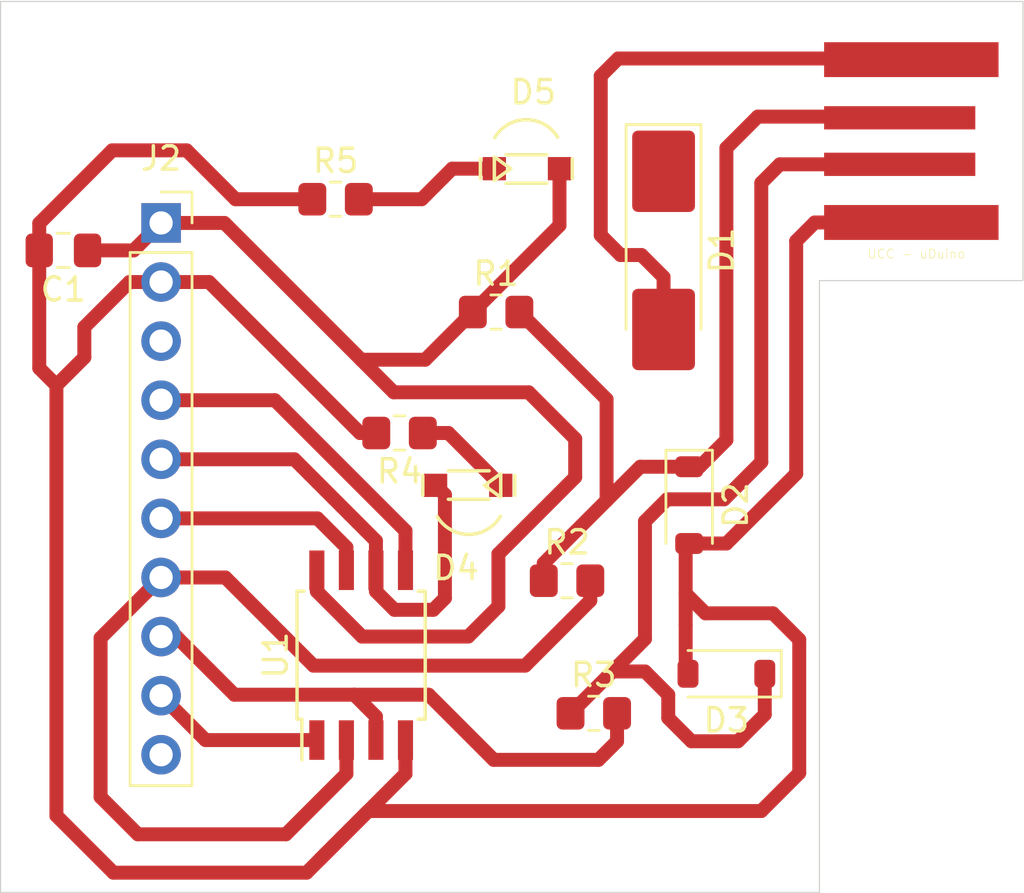
<source format=kicad_pcb>
(kicad_pcb (version 20221018) (generator pcbnew)
  (layers (0 "F.Cu" signal) (31 "B.Cu" signal) (34 "B.Paste" user) (35 "F.Paste" user) (36 "B.SilkS" user "B.Silkscreen") (37 "F.SilkS" user "F.Silkscreen") (38 "B.Mask" user) (39 "F.Mask" user) (44 "Edge.Cuts" user))
  (net 0 "")
  (net 1 "+5V")
  (net 2 "GND")
  (net 3 "Net-(D1-A)")
  (net 4 "Net-(D2-K)")
  (net 5 "Net-(D3-K)")
  (net 7 "Net-(J2-Pin_4)")
  (net 8 "Net-(D4-A)")
  (net 9 "Net-(J2-Pin_6)")
  (net 10 "Net-(J2-Pin_7)")
  (net 11 "Net-(J2-Pin_8)")
  (net 12 "Net-(J2-Pin_9)")
  (net 14 "Net-(D4-K)")
  (net 15 "Net-(D5-K)")
  (footprint "Resistor_SMD:R_0805_2012Metric_Pad1.20x1.40mm_HandSolder" (layer "F.Cu") (at 161.8 80.8)
    (fp_text reference "R3" (at 0 -1.65) (layer "F.SilkS"))
    (fp_text value "68Ω 5% 1/8W")
    (fp_line (start -0.227064 -0.735) (end 0.227064 -0.735) (stroke (width 0.12)) (layer "F.SilkS"))
    (fp_line (start -0.227064 0.735) (end 0.227064 0.735) (stroke (width 0.12)) (layer "F.SilkS"))
    (pad "1" smd roundrect (at -1 0) (size 1.2 1.4) (layers "F.Cu" "F.Paste" "F.Mask") (roundrect_rratio 0.208333) (net 5 "Net-(D3-K)"))
    (pad "2" smd roundrect (at 1 0) (size 1.2 1.4) (layers "F.Cu" "F.Paste" "F.Mask") (roundrect_rratio 0.208333) (net 11 "Net-(J2-Pin_8)"))
  )
  (footprint "Diode_SMD:D_SOD-123" (layer "F.Cu") (at 167.5 79.1 180)
    (fp_text reference "D3" (at 0 -2) (layer "F.SilkS"))
    (fp_text value "3.6V 1/2mW")
    (fp_line (start -2.36 -1) (end -2.36 1) (stroke (width 0.12)) (layer "F.SilkS"))
    (fp_line (start -2.36 -1) (end 1.65 -1) (stroke (width 0.12)) (layer "F.SilkS"))
    (fp_line (start -2.36 1) (end 1.65 1) (stroke (width 0.12)) (layer "F.SilkS"))
    (pad "1" smd roundrect (at -1.65 0 180) (size 0.9 1.2) (layers "F.Cu" "F.Paste" "F.Mask") (net 5 "Net-(D3-K)"))
    (pad "2" smd roundrect (at 1.65 0 180) (size 0.9 1.2) (layers "F.Cu" "F.Paste" "F.Mask") (net 2 "GND"))
  )
  (footprint "Resistor_SMD:R_0805_2012Metric_Pad1.20x1.40mm_HandSolder" (layer "F.Cu") (at 150.7 58.7)
    (fp_text reference "R5" (at 0 -1.65) (layer "F.SilkS"))
    (fp_text value "330Ω 5% 1/8WR")
    (fp_line (start -0.227064 -0.735) (end 0.227064 -0.735) (stroke (width 0.12)) (layer "F.SilkS"))
    (fp_line (start -0.227064 0.735) (end 0.227064 0.735) (stroke (width 0.12)) (layer "F.SilkS"))
    (pad "1" smd roundrect (at -1 0) (size 1.2 1.4) (layers "F.Cu" "F.Paste" "F.Mask") (roundrect_rratio 0.208333) (net 2 "GND"))
    (pad "2" smd roundrect (at 1 0) (size 1.2 1.4) (layers "F.Cu" "F.Paste" "F.Mask") (roundrect_rratio 0.208333) (net 15 "Net-(D5-K)"))
  )
  (footprint "ledgreenandred:led" (layer "F.Cu") (at 159.325 57.3875)
    (fp_text reference "D5" (at -0.125 -3.2875) (layer "F.SilkS"))
    (fp_text value "Led Red")
    (fp_line (start -2.4 -0.425) (end -2.4 0.425) (stroke (width 0.15)) (layer "F.SilkS"))
    (fp_line (start -1.8 0.5) (end -1.8 -0.5) (stroke (width 0.15)) (layer "F.SilkS"))
    (fp_line (start -1.75 -0.475) (end -1.1 0) (stroke (width 0.15)) (layer "F.SilkS"))
    (fp_line (start -1.3 -0.6) (end 0.45 -0.6) (stroke (width 0.15)) (layer "F.SilkS"))
    (fp_line (start -1.3 0.625) (end 0.45 0.625) (stroke (width 0.15)) (layer "F.SilkS"))
    (fp_line (start -1.1 0) (end -1.8 0.5) (stroke (width 0.15)) (layer "F.SilkS"))
    (fp_line (start 1.55 -0.425) (end 1.55 0.425) (stroke (width 0.15)) (layer "F.SilkS"))
    (fp_arc (start -1.786089 -1.331572) (mid -0.435753 -2.107089) (end 0.924999 -1.349999) (stroke (width 0.15)) (layer "F.SilkS"))
    (pad "1" smd rect (at -1.8 0) (size 1 1) (layers "F.Cu" "F.Paste" "F.Mask") (net 15 "Net-(D5-K)"))
    (pad "2" smd rect (at 1 0) (size 1 1) (layers "F.Cu" "F.Paste" "F.Mask") (net 1 "+5V"))
  )
  (footprint "ledgreenandred:led" (layer "F.Cu") (at 156 71 180)
    (fp_text reference "D4" (at 0.125 -3.55) (layer "F.SilkS"))
    (fp_text value "Led Green")
    (fp_line (start -2.4 -0.425) (end -2.4 0.425) (stroke (width 0.15)) (layer "F.SilkS"))
    (fp_line (start -1.8 0.5) (end -1.8 -0.5) (stroke (width 0.15)) (layer "F.SilkS"))
    (fp_line (start -1.75 -0.475) (end -1.1 0) (stroke (width 0.15)) (layer "F.SilkS"))
    (fp_line (start -1.3 -0.6) (end 0.45 -0.6) (stroke (width 0.15)) (layer "F.SilkS"))
    (fp_line (start -1.3 0.625) (end 0.45 0.625) (stroke (width 0.15)) (layer "F.SilkS"))
    (fp_line (start -1.1 0) (end -1.8 0.5) (stroke (width 0.15)) (layer "F.SilkS"))
    (fp_line (start 1.55 -0.425) (end 1.55 0.425) (stroke (width 0.15)) (layer "F.SilkS"))
    (fp_arc (start -1.786089 -1.331572) (mid -0.435753 -2.107089) (end 0.924999 -1.349999) (stroke (width 0.15)) (layer "F.SilkS"))
    (pad "1" smd rect (at -1.8 0 180) (size 1 1) (layers "F.Cu" "F.Paste" "F.Mask") (net 14 "Net-(D4-K)"))
    (pad "2" smd rect (at 1 0 180) (size 1 1) (layers "F.Cu" "F.Paste" "F.Mask") (net 8 "Net-(D4-A)"))
  )
  (footprint "Package_SO:SOIC-8W_5.3x5.3mm_P1.27mm" (layer "F.Cu") (at 151.8 78.3 90)
    (fp_text reference "U1" (at 0 -3.68 90) (layer "F.SilkS"))
    (fp_text value "ATtiny85-20S")
    (fp_line (start -2.75 -2.755) (end -2.75 -2.55) (stroke (width 0.15)) (layer "F.SilkS"))
    (fp_line (start -2.75 -2.755) (end 2.75 -2.755) (stroke (width 0.15)) (layer "F.SilkS"))
    (fp_line (start -2.75 -2.55) (end -4.5 -2.55) (stroke (width 0.15)) (layer "F.SilkS"))
    (fp_line (start -2.75 2.755) (end -2.75 2.455) (stroke (width 0.15)) (layer "F.SilkS"))
    (fp_line (start -2.75 2.755) (end 2.75 2.755) (stroke (width 0.15)) (layer "F.SilkS"))
    (fp_line (start 2.75 -2.755) (end 2.75 -2.455) (stroke (width 0.15)) (layer "F.SilkS"))
    (fp_line (start 2.75 2.755) (end 2.75 2.455) (stroke (width 0.15)) (layer "F.SilkS"))
    (pad "1" smd rect (at -3.65 -1.905 90) (size 1.7 0.65) (layers "F.Cu" "F.Paste" "F.Mask") (net 12 "Net-(J2-Pin_9)"))
    (pad "2" smd rect (at -3.65 -0.635 90) (size 1.7 0.65) (layers "F.Cu" "F.Paste" "F.Mask") (net 10 "Net-(J2-Pin_7)"))
    (pad "3" smd rect (at -3.65 0.635 90) (size 1.7 0.65) (layers "F.Cu" "F.Paste" "F.Mask") (net 11 "Net-(J2-Pin_8)"))
    (pad "4" smd rect (at -3.65 1.905 90) (size 1.7 0.65) (layers "F.Cu" "F.Paste" "F.Mask") (net 2 "GND"))
    (pad "5" smd rect (at 3.65 1.905 90) (size 1.7 0.65) (layers "F.Cu" "F.Paste" "F.Mask") (net 7 "Net-(J2-Pin_4)"))
    (pad "6" smd rect (at 3.65 0.635 90) (size 1.7 0.65) (layers "F.Cu" "F.Paste" "F.Mask") (net 8 "Net-(D4-A)"))
    (pad "7" smd rect (at 3.65 -0.635 90) (size 1.7 0.65) (layers "F.Cu" "F.Paste" "F.Mask") (net 9 "Net-(J2-Pin_6)"))
    (pad "8" smd rect (at 3.65 -1.905 90) (size 1.7 0.65) (layers "F.Cu" "F.Paste" "F.Mask") (net 1 "+5V"))
  )
  (footprint "Resistor_SMD:R_0805_2012Metric_Pad1.20x1.40mm_HandSolder" (layer "F.Cu") (at 160.65 75.1)
    (fp_text reference "R2" (at 0 -1.65) (layer "F.SilkS"))
    (fp_text value "68Ω 5% 1/8W")
    (fp_line (start -0.227064 -0.735) (end 0.227064 -0.735) (stroke (width 0.12)) (layer "F.SilkS"))
    (fp_line (start -0.227064 0.735) (end 0.227064 0.735) (stroke (width 0.12)) (layer "F.SilkS"))
    (pad "1" smd roundrect (at -1 0) (size 1.2 1.4) (layers "F.Cu" "F.Paste" "F.Mask") (roundrect_rratio 0.208333) (net 4 "Net-(D2-K)"))
    (pad "2" smd roundrect (at 1 0) (size 1.2 1.4) (layers "F.Cu" "F.Paste" "F.Mask") (roundrect_rratio 0.208333) (net 10 "Net-(J2-Pin_7)"))
  )
  (footprint "Resistor_SMD:R_0805_2012Metric_Pad1.20x1.40mm_HandSolder" (layer "F.Cu") (at 157.6 63.55)
    (fp_text reference "R1" (at 0 -1.65) (layer "F.SilkS"))
    (fp_text value "1.5kΩ 5% 1/8W")
    (fp_line (start -0.227064 -0.735) (end 0.227064 -0.735) (stroke (width 0.12)) (layer "F.SilkS"))
    (fp_line (start -0.227064 0.735) (end 0.227064 0.735) (stroke (width 0.12)) (layer "F.SilkS"))
    (pad "1" smd roundrect (at -1 0) (size 1.2 1.4) (layers "F.Cu" "F.Paste" "F.Mask") (roundrect_rratio 0.208333) (net 1 "+5V"))
    (pad "2" smd roundrect (at 1 0) (size 1.2 1.4) (layers "F.Cu" "F.Paste" "F.Mask") (roundrect_rratio 0.208333) (net 4 "Net-(D2-K)"))
  )
  (footprint "Resistor_SMD:R_0805_2012Metric_Pad1.20x1.40mm_HandSolder" (layer "F.Cu") (at 153.45 68.75 180)
    (fp_text reference "R4" (at 0 -1.65) (layer "F.SilkS"))
    (fp_text value "330Ω 5% 1/8WR")
    (fp_line (start -0.227064 -0.735) (end 0.227064 -0.735) (stroke (width 0.12)) (layer "F.SilkS"))
    (fp_line (start -0.227064 0.735) (end 0.227064 0.735) (stroke (width 0.12)) (layer "F.SilkS"))
    (pad "1" smd roundrect (at -1 0 180) (size 1.2 1.4) (layers "F.Cu" "F.Paste" "F.Mask") (roundrect_rratio 0.208333) (net 14 "Net-(D4-K)"))
    (pad "2" smd roundrect (at 1 0 180) (size 1.2 1.4) (layers "F.Cu" "F.Paste" "F.Mask") (roundrect_rratio 0.208333) (net 2 "GND"))
  )
  (footprint "Connector_PinSocket_2.54mm:PinSocket_1x10_P2.54mm_Vertical" (layer "F.Cu") (at 143.2 59.72)
    (fp_text reference "J2" (at 0 -2.77) (layer "F.SilkS"))
    (fp_text value "Header")
    (fp_line (start -1.33 1.27) (end -1.33 24.19) (stroke (width 0.12)) (layer "F.SilkS"))
    (fp_line (start -1.33 1.27) (end 1.33 1.27) (stroke (width 0.12)) (layer "F.SilkS"))
    (fp_line (start -1.33 24.19) (end 1.33 24.19) (stroke (width 0.12)) (layer "F.SilkS"))
    (fp_line (start 0 -1.33) (end 1.33 -1.33) (stroke (width 0.12)) (layer "F.SilkS"))
    (fp_line (start 1.33 -1.33) (end 1.33 0) (stroke (width 0.12)) (layer "F.SilkS"))
    (fp_line (start 1.33 1.27) (end 1.33 24.19) (stroke (width 0.12)) (layer "F.SilkS"))
    (pad "1" thru_hole rect (at 0 0) (size 1.7 1.7) (drill 1) (layers "*.Cu" "*.Mask") (net 1 "+5V"))
    (pad "2" thru_hole oval (at 0 2.54) (size 1.7 1.7) (drill 1) (layers "*.Cu" "*.Mask") (net 2 "GND"))
    (pad "3" thru_hole oval (at 0 5.08) (size 1.7 1.7) (drill 1) (layers "*.Cu" "*.Mask"))
    (pad "4" thru_hole oval (at 0 7.62) (size 1.7 1.7) (drill 1) (layers "*.Cu" "*.Mask") (net 7 "Net-(J2-Pin_4)"))
    (pad "5" thru_hole oval (at 0 10.16) (size 1.7 1.7) (drill 1) (layers "*.Cu" "*.Mask") (net 8 "Net-(D4-A)"))
    (pad "6" thru_hole oval (at 0 12.7) (size 1.7 1.7) (drill 1) (layers "*.Cu" "*.Mask") (net 9 "Net-(J2-Pin_6)"))
    (pad "7" thru_hole oval (at 0 15.24) (size 1.7 1.7) (drill 1) (layers "*.Cu" "*.Mask") (net 10 "Net-(J2-Pin_7)"))
    (pad "8" thru_hole oval (at 0 17.78) (size 1.7 1.7) (drill 1) (layers "*.Cu" "*.Mask") (net 11 "Net-(J2-Pin_8)"))
    (pad "9" thru_hole oval (at 0 20.32) (size 1.7 1.7) (drill 1) (layers "*.Cu" "*.Mask") (net 12 "Net-(J2-Pin_9)"))
    (pad "10" thru_hole oval (at 0 22.86) (size 1.7 1.7) (drill 1) (layers "*.Cu" "*.Mask"))
  )
  (footprint "Diode_SMD:D_MELF_Handsoldering" (layer "F.Cu") (at 164.8 60.9 -90)
    (fp_text reference "D1" (at 0 -2.5 90) (layer "F.SilkS"))
    (fp_text value "PMLL4148L")
    (fp_line (start -5.41 -1.61) (end -5.41 1.61) (stroke (width 0.12)) (layer "F.SilkS"))
    (fp_line (start -5.41 1.61) (end 3.4 1.61) (stroke (width 0.12)) (layer "F.SilkS"))
    (fp_line (start 3.4 -1.61) (end -5.41 -1.61) (stroke (width 0.12)) (layer "F.SilkS"))
    (pad "1" smd roundrect (at -3.4 0 270) (size 3.5 2.7) (layers "F.Cu" "F.Paste" "F.Mask") (roundrect_rratio 0.0925925926) (net 1 "+5V"))
    (pad "2" smd roundrect (at 3.4 0 270) (size 3.5 2.7) (layers "F.Cu" "F.Paste" "F.Mask") (roundrect_rratio 0.0925925926) (net 3 "Net-(D1-A)"))
  )
  (footprint "Capacitor_SMD:C_0805_2012Metric_Pad1.18x1.45mm_HandSolder" (layer "F.Cu") (at 139 60.9 180)
    (fp_text reference "C1" (at 0 -1.68) (layer "F.SilkS"))
    (fp_text value "0.1u")
    (fp_line (start -0.261252 -0.735) (end 0.261252 -0.735) (stroke (width 0.12)) (layer "F.SilkS"))
    (fp_line (start -0.261252 0.735) (end 0.261252 0.735) (stroke (width 0.12)) (layer "F.SilkS"))
    (pad "1" smd roundrect (at -1.0375 0 180) (size 1.175 1.45) (layers "F.Cu" "F.Paste" "F.Mask") (roundrect_rratio 0.212766) (net 1 "+5V"))
    (pad "2" smd roundrect (at 1.0375 0 180) (size 1.175 1.45) (layers "F.Cu" "F.Paste" "F.Mask") (roundrect_rratio 0.212766) (net 2 "GND"))
  )
  (footprint "usbembebidoucc:USB_A_UCC" (layer "F.Cu") (at 175.25 56.2 180)
    (fp_text reference "J1" hide)
    (fp_text value "USB_PCB_A" hide)
    (fp_text user "UCC - uDuino" (at -2.54 -5.08) (layer "F.SilkS") (effects (font (size 0.38608 0.38608) (thickness 0.032512)) (justify right bottom)))
    (pad "1" smd rect (at -0.2 3.5 180) (size 7.5 1.5) (layers "F.Cu" "F.Paste" "F.Mask") (net 3 "Net-(D1-A)"))
    (pad "2" smd rect (at 0.3 1 180) (size 6.5 1) (layers "F.Cu" "F.Paste" "F.Mask") (net 4 "Net-(D2-K)"))
    (pad "3" smd rect (at 0.3 -1 180) (size 6.5 1) (layers "F.Cu" "F.Paste" "F.Mask") (net 5 "Net-(D3-K)"))
    (pad "4" smd rect (at -0.2 -3.5 180) (size 7.5 1.5) (layers "F.Cu" "F.Paste" "F.Mask") (net 2 "GND"))
  )
  (footprint "Diode_SMD:D_SOD-123" (layer "F.Cu") (at 165.9 71.85 -90)
    (fp_text reference "D2" (at 0 -2 -270) (layer "F.SilkS"))
    (fp_text value "3.6V 1/2mW")
    (fp_line (start -2.36 -1) (end -2.36 1) (stroke (width 0.12)) (layer "F.SilkS"))
    (fp_line (start -2.36 -1) (end 1.65 -1) (stroke (width 0.12)) (layer "F.SilkS"))
    (fp_line (start -2.36 1) (end 1.65 1) (stroke (width 0.12)) (layer "F.SilkS"))
    (pad "1" smd roundrect (at -1.65 0 270) (size 0.9 1.2) (layers "F.Cu" "F.Paste" "F.Mask") (net 4 "Net-(D2-K)"))
    (pad "2" smd roundrect (at 1.65 0 270) (size 0.9 1.2) (layers "F.Cu" "F.Paste" "F.Mask") (net 2 "GND"))
  )
  (gr_line (start 136.3 50.2) (end 136.3 88.5) (stroke (width 0.05)) (layer "Edge.Cuts"))
  (gr_line (start 171.5 62.2) (end 180.25 62.2) (stroke (width 0.05)) (layer "Edge.Cuts"))
  (gr_line (start 180.25 50.2) (end 136.3 50.2) (stroke (width 0.05)) (layer "Edge.Cuts"))
  (gr_line (start 180.25 62.15) (end 180.25 50.2) (stroke (width 0.05)) (layer "Edge.Cuts"))
  (gr_line (start 136.3 88.5) (end 171.5 88.5) (stroke (width 0.05)) (layer "Edge.Cuts"))
  (gr_line (start 171.5 62.2) (end 171.5 88.5) (stroke (width 0.05)) (layer "Edge.Cuts"))
  (segment (start 149.895 74.65) (end 149.895 75.555) (width 0.6) (layer "F.Cu") (net 1))
  (segment (start 160.325 57.3875) (end 160.325 59.825) (width 0.6) (layer "F.Cu") (net 1))
  (segment (start 159 67) (end 153.2 67) (width 0.6) (layer "F.Cu") (net 1))
  (segment (start 142.02 60.9) (end 143.2 59.72) (width 0.6) (layer "F.Cu") (net 1))
  (segment (start 145.92 59.72) (end 143.2 59.72) (width 0.6) (layer "F.Cu") (net 1))
  (segment (start 156.4 77.5) (end 157.7 76.2) (width 0.6) (layer "F.Cu") (net 1))
  (segment (start 160.325 59.825) (end 154.55 65.6) (width 0.6) (layer "F.Cu") (net 1))
  (segment (start 151.8 65.6) (end 145.92 59.72) (width 0.6) (layer "F.Cu") (net 1))
  (segment (start 149.895 75.555) (end 151.84 77.5) (width 0.6) (layer "F.Cu") (net 1))
  (segment (start 161 69) (end 159 67) (width 0.6) (layer "F.Cu") (net 1))
  (segment (start 157.7 73.95) (end 161 70.65) (width 0.6) (layer "F.Cu") (net 1))
  (segment (start 154.55 65.6) (end 151.8 65.6) (width 0.6) (layer "F.Cu") (net 1))
  (segment (start 140.0375 60.9) (end 142.02 60.9) (width 0.6) (layer "F.Cu") (net 1))
  (segment (start 153.2 67) (end 151.8 65.6) (width 0.6) (layer "F.Cu") (net 1))
  (segment (start 161 70.65) (end 161 69) (width 0.6) (layer "F.Cu") (net 1))
  (segment (start 151.84 77.5) (end 156.4 77.5) (width 0.6) (layer "F.Cu") (net 1))
  (segment (start 157.7 76.2) (end 157.7 73.95) (width 0.6) (layer "F.Cu") (net 1))
  (segment (start 143.2 62.26) (end 145.26 62.26) (width 0.6) (layer "F.Cu") (net 2))
  (segment (start 149.455 87.65) (end 141.15 87.65) (width 0.6) (layer "F.Cu") (net 2))
  (segment (start 165.75 77) (end 165.75 79) (width 0.6) (layer "F.Cu") (net 2))
  (segment (start 165.75 75.65) (end 166.6 76.5) (width 0.6) (layer "F.Cu") (net 2))
  (segment (start 139.9 65.5) (end 139.9 64.2) (width 0.6) (layer "F.Cu") (net 2))
  (segment (start 137.9625 59.7375) (end 137.9625 60.9) (width 0.6) (layer "F.Cu") (net 2))
  (segment (start 138.7 66.7) (end 139.9 65.5) (width 0.6) (layer "F.Cu") (net 2))
  (segment (start 150.0525 87.0525) (end 149.455 87.65) (width 0.6) (layer "F.Cu") (net 2))
  (segment (start 137.9625 60.9) (end 137.9625 65.9625) (width 0.6) (layer "F.Cu") (net 2))
  (segment (start 153.705 81.95) (end 153.705 83.4) (width 0.6) (layer "F.Cu") (net 2))
  (segment (start 145.26 62.26) (end 151.75 68.75) (width 0.6) (layer "F.Cu") (net 2))
  (segment (start 169.5 76.5) (end 170.631371 77.631371) (width 0.6) (layer "F.Cu") (net 2))
  (segment (start 169 85) (end 152.105 85) (width 0.6) (layer "F.Cu") (net 2))
  (segment (start 170.631371 77.631371) (end 170.631371 83.368629) (width 0.6) (layer "F.Cu") (net 2))
  (segment (start 165.75 73.6) (end 165.75 77) (width 0.6) (layer "F.Cu") (net 2))
  (segment (start 146.4 58.7) (end 144.3 56.6) (width 0.6) (layer "F.Cu") (net 2))
  (segment (start 138.7 85.2) (end 138.7 66.7) (width 0.6) (layer "F.Cu") (net 2))
  (segment (start 166.6 76.5) (end 169.5 76.5) (width 0.6) (layer "F.Cu") (net 2))
  (segment (start 165.9 73.5) (end 167.5 73.5) (width 0.6) (layer "F.Cu") (net 2))
  (segment (start 165.75 79) (end 165.85 79.1) (width 0.6) (layer "F.Cu") (net 2))
  (segment (start 139.9 64.2) (end 141.84 62.26) (width 0.6) (layer "F.Cu") (net 2))
  (segment (start 153.705 83.4) (end 150.0525 87.0525) (width 0.6) (layer "F.Cu") (net 2))
  (segment (start 151.75 68.75) (end 152.45 68.75) (width 0.6) (layer "F.Cu") (net 2))
  (segment (start 171.3 59.7) (end 175.45 59.7) (width 0.6) (layer "F.Cu") (net 2))
  (segment (start 141.1 56.6) (end 137.9625 59.7375) (width 0.6) (layer "F.Cu") (net 2))
  (segment (start 152.105 85) (end 150.0525 87.0525) (width 0.6) (layer "F.Cu") (net 2))
  (segment (start 170.5 70.5) (end 170.5 60.5) (width 0.6) (layer "F.Cu") (net 2))
  (segment (start 137.9625 65.9625) (end 138.7 66.7) (width 0.6) (layer "F.Cu") (net 2))
  (segment (start 167.5 73.5) (end 170.5 70.5) (width 0.6) (layer "F.Cu") (net 2))
  (segment (start 141.84 62.26) (end 143.2 62.26) (width 0.6) (layer "F.Cu") (net 2))
  (segment (start 170.5 60.5) (end 171.3 59.7) (width 0.6) (layer "F.Cu") (net 2))
  (segment (start 144.3 56.6) (end 141.1 56.6) (width 0.6) (layer "F.Cu") (net 2))
  (segment (start 170.631371 83.368629) (end 169 85) (width 0.6) (layer "F.Cu") (net 2))
  (segment (start 149.7 58.7) (end 146.4 58.7) (width 0.6) (layer "F.Cu") (net 2))
  (segment (start 141.15 87.65) (end 138.7 85.2) (width 0.6) (layer "F.Cu") (net 2))
  (segment (start 162.95 61.1) (end 162.1 60.25) (width 0.6) (layer "F.Cu") (net 3))
  (segment (start 162.85 52.65) (end 176.4 52.65) (width 0.6) (layer "F.Cu") (net 3))
  (segment (start 163.85 61.1) (end 162.95 61.1) (width 0.6) (layer "F.Cu") (net 3))
  (segment (start 164.8 62.05) (end 163.85 61.1) (width 0.6) (layer "F.Cu") (net 3))
  (segment (start 162.1 60.25) (end 162.1 53.4) (width 0.6) (layer "F.Cu") (net 3))
  (segment (start 164.8 64.3) (end 164.8 62.05) (width 0.6) (layer "F.Cu") (net 3))
  (segment (start 162.1 53.4) (end 162.85 52.65) (width 0.6) (layer "F.Cu") (net 3))
  (segment (start 167.5 69.05) (end 167.5 56.5) (width 0.6) (layer "F.Cu") (net 4))
  (segment (start 168.85 55.15) (end 175.9 55.15) (width 0.6) (layer "F.Cu") (net 4))
  (segment (start 165.9 70.2) (end 166.35 70.2) (width 0.6) (layer "F.Cu") (net 4))
  (segment (start 158.6 63.55) (end 162.35 67.3) (width 0.6) (layer "F.Cu") (net 4))
  (segment (start 162.35 67.3) (end 162.35 71.65) (width 0.6) (layer "F.Cu") (net 4))
  (segment (start 167.5 56.5) (end 168.85 55.15) (width 0.6) (layer "F.Cu") (net 4))
  (segment (start 162.35 71.65) (end 163.8 70.2) (width 0.6) (layer "F.Cu") (net 4))
  (segment (start 159.65 74.35) (end 159.65 75.1) (width 0.6) (layer "F.Cu") (net 4))
  (segment (start 166.35 70.2) (end 167.5 69.05) (width 0.6) (layer "F.Cu") (net 4))
  (segment (start 162.35 71.65) (end 159.65 74.35) (width 0.6) (layer "F.Cu") (net 4))
  (segment (start 163.8 70.2) (end 165.9 70.2) (width 0.6) (layer "F.Cu") (net 4))
  (segment (start 164 79) (end 165 80) (width 0.6) (layer "F.Cu") (net 5))
  (segment (start 160.8 80.8) (end 162.6 79) (width 0.6) (layer "F.Cu") (net 5))
  (segment (start 167.4 71.6) (end 169 70) (width 0.6) (layer "F.Cu") (net 5))
  (segment (start 164 77.6) (end 164 72.55) (width 0.6) (layer "F.Cu") (net 5))
  (segment (start 162.6 79) (end 164 77.6) (width 0.6) (layer "F.Cu") (net 5))
  (segment (start 165 81) (end 166 82) (width 0.6) (layer "F.Cu") (net 5))
  (segment (start 165 80) (end 165 81) (width 0.6) (layer "F.Cu") (net 5))
  (segment (start 168 82) (end 169.15 80.85) (width 0.6) (layer "F.Cu") (net 5))
  (segment (start 166 82) (end 168 82) (width 0.6) (layer "F.Cu") (net 5))
  (segment (start 164 72.55) (end 164.95 71.6) (width 0.6) (layer "F.Cu") (net 5))
  (segment (start 169 70) (end 169 58) (width 0.6) (layer "F.Cu") (net 5))
  (segment (start 169.15 80.85) (end 169.15 79.1) (width 0.6) (layer "F.Cu") (net 5))
  (segment (start 169 58) (end 169.8 57.2) (width 0.6) (layer "F.Cu") (net 5))
  (segment (start 169.8 57.2) (end 174.95 57.2) (width 0.6) (layer "F.Cu") (net 5))
  (segment (start 164.95 71.6) (end 167.4 71.6) (width 0.6) (layer "F.Cu") (net 5))
  (segment (start 162.6 79) (end 164 79) (width 0.6) (layer "F.Cu") (net 5))
  (segment (start 148.09 67.34) (end 143.2 67.34) (width 0.6) (layer "F.Cu") (net 7))
  (segment (start 153.705 72.955) (end 148.09 67.34) (width 0.6) (layer "F.Cu") (net 7))
  (segment (start 153.705 74.65) (end 153.705 72.955) (width 0.6) (layer "F.Cu") (net 7))
  (segment (start 153.23 76.35) (end 152.435 75.555) (width 0.6) (layer "F.Cu") (net 8))
  (segment (start 148.93 69.88) (end 143.2 69.88) (width 0.6) (layer "F.Cu") (net 8))
  (segment (start 155.4 71.4) (end 155.4 75.85) (width 0.6) (layer "F.Cu") (net 8))
  (segment (start 152.435 73.385) (end 148.93 69.88) (width 0.6) (layer "F.Cu") (net 8))
  (segment (start 155.4 75.85) (end 154.9 76.35) (width 0.6) (layer "F.Cu") (net 8))
  (segment (start 155 71) (end 155.4 71.4) (width 0.6) (layer "F.Cu") (net 8))
  (segment (start 152.435 74.65) (end 152.435 73.385) (width 0.6) (layer "F.Cu") (net 8))
  (segment (start 152.435 75.555) (end 152.435 74.65) (width 0.6) (layer "F.Cu") (net 8))
  (segment (start 154.9 76.35) (end 153.23 76.35) (width 0.6) (layer "F.Cu") (net 8))
  (segment (start 149.92 72.42) (end 143.2 72.42) (width 0.6) (layer "F.Cu") (net 9))
  (segment (start 151.165 74.65) (end 151.165 73.665) (width 0.6) (layer "F.Cu") (net 9))
  (segment (start 151.165 73.665) (end 149.92 72.42) (width 0.6) (layer "F.Cu") (net 9))
  (segment (start 161.65 75.95) (end 158.85 78.75) (width 0.6) (layer "F.Cu") (net 10))
  (segment (start 158.85 78.75) (end 149.75 78.75) (width 0.6) (layer "F.Cu") (net 10))
  (segment (start 142.2 86) (end 140.6 84.4) (width 0.6) (layer "F.Cu") (net 10))
  (segment (start 151.165 81.95) (end 151.165 83.4) (width 0.6) (layer "F.Cu") (net 10))
  (segment (start 140.6 84.4) (end 140.6 77.56) (width 0.6) (layer "F.Cu") (net 10))
  (segment (start 140.6 77.56) (end 143.2 74.96) (width 0.6) (layer "F.Cu") (net 10))
  (segment (start 151.165 83.4) (end 148.565 86) (width 0.6) (layer "F.Cu") (net 10))
  (segment (start 148.565 86) (end 142.2 86) (width 0.6) (layer "F.Cu") (net 10))
  (segment (start 161.65 75.1) (end 161.65 75.95) (width 0.6) (layer "F.Cu") (net 10))
  (segment (start 145.96 74.96) (end 143.2 74.96) (width 0.6) (layer "F.Cu") (net 10))
  (segment (start 149.75 78.75) (end 145.96 74.96) (width 0.6) (layer "F.Cu") (net 10))
  (segment (start 143.2 77.5) (end 143.85 77.5) (width 0.6) (layer "F.Cu") (net 11))
  (segment (start 162.8 80.8) (end 162.8 82) (width 0.6) (layer "F.Cu") (net 11))
  (segment (start 157.5 82.8) (end 154.7 80) (width 0.6) (layer "F.Cu") (net 11))
  (segment (start 154.7 80) (end 151.5 80) (width 0.6) (layer "F.Cu") (net 11))
  (segment (start 146.35 80) (end 151.5 80) (width 0.6) (layer "F.Cu") (net 11))
  (segment (start 162 82.8) (end 157.5 82.8) (width 0.6) (layer "F.Cu") (net 11))
  (segment (start 152.435 80.935) (end 152.435 81.95) (width 0.6) (layer "F.Cu") (net 11))
  (segment (start 162.8 82) (end 162 82.8) (width 0.6) (layer "F.Cu") (net 11))
  (segment (start 152 80.5) (end 152.435 80.935) (width 0.6) (layer "F.Cu") (net 11))
  (segment (start 143.85 77.5) (end 146.35 80) (width 0.6) (layer "F.Cu") (net 11))
  (segment (start 151.5 80) (end 152 80.5) (width 0.6) (layer "F.Cu") (net 11))
  (segment (start 143.2 80.04) (end 145.11 81.95) (width 0.6) (layer "F.Cu") (net 12))
  (segment (start 145.11 81.95) (end 149.895 81.95) (width 0.6) (layer "F.Cu") (net 12))
  (segment (start 155.55 68.75) (end 157.8 71) (width 0.6) (layer "F.Cu") (net 14))
  (segment (start 154.45 68.75) (end 155.55 68.75) (width 0.6) (layer "F.Cu") (net 14))
  (segment (start 155.7125 57.3875) (end 154.4 58.7) (width 0.6) (layer "F.Cu") (net 15))
  (segment (start 154.4 58.7) (end 151.7 58.7) (width 0.6) (layer "F.Cu") (net 15))
  (segment (start 157.525 57.3875) (end 155.7125 57.3875) (width 0.6) (layer "F.Cu") (net 15))
)
</source>
